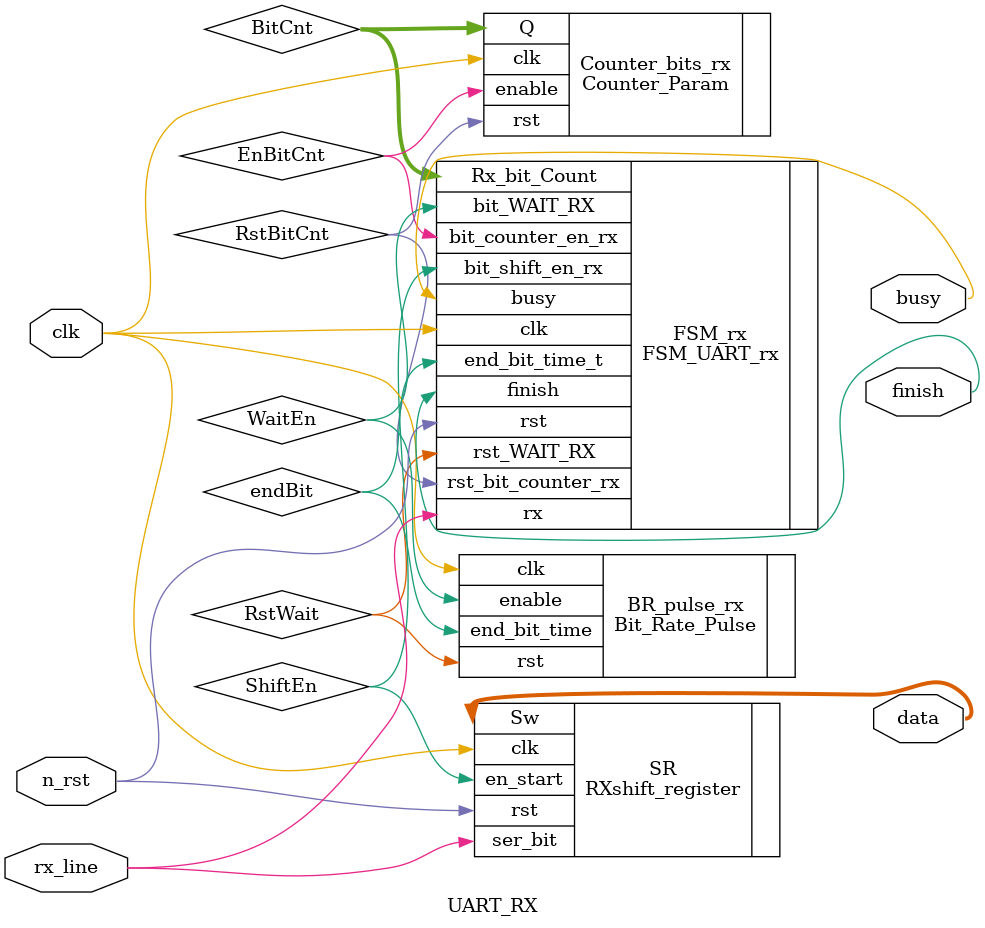
<source format=v>
module UART_RX (
//Inputs: TX (8sw, 1 button), RX(1 GPIO)
	input clk,
	input n_rst,
	input rx_line,
	output [7:0] data,
	output finish,
	output busy
);

wire endBit, EnBitCnt, ShiftEn, WaitEn, RstWait, RstBitCnt;
wire [3:0] BitCnt;

Bit_Rate_Pulse # (.delay_counts(5) ) BR_pulse_rx (//2604
.clk(clk), 
.rst(RstWait), 
.enable(WaitEn), 
.end_bit_time(endBit) 
);

FSM_UART_rx FSM_rx(
.rx(rx_line),
.clk(clk),
.rst(n_rst),
.end_bit_time_t(endBit), //Bit rate flag
.Rx_bit_Count(BitCnt), //Count to 9 for 8bits data and 1 parity bit
.bit_counter_en_rx(EnBitCnt), //enable for counter
.bit_shift_en_rx(ShiftEn), //
.bit_WAIT_RX(WaitEn), //enable to bit rate.
.rst_WAIT_RX(RstWait), //rst for bit rate (idle TX line)
.rst_bit_counter_rx(RstBitCnt), //rst for counter bits.
.finish(finish),
.busy(busy)
);

//Instace to count 9 bits to send (8 data bist, 1 parity bit)	 
Counter_Param # (.n(4) ) Counter_bits_rx (
.clk(clk), 
.rst(RstBitCnt), 
.enable(EnBitCnt), 
.Q(BitCnt)    
);

RXshift_register SR(
 .clk(clk),
 .rst(n_rst),
 .en_start(ShiftEn),
 .Sw(data),
 .ser_bit(rx_line)
);
endmodule	
</source>
